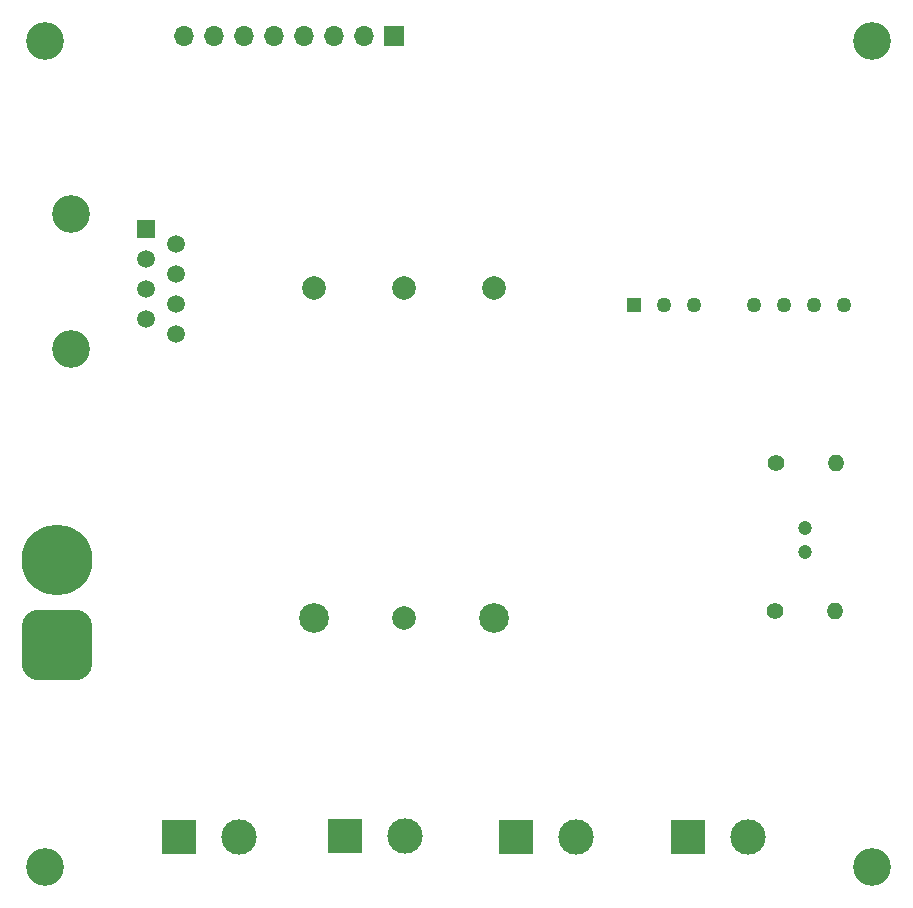
<source format=gbr>
%TF.GenerationSoftware,KiCad,Pcbnew,8.0.1*%
%TF.CreationDate,2024-07-22T16:36:45+02:00*%
%TF.ProjectId,Switch-_and_PowerDistribution-Board,53776974-6368-42d5-9f61-6e645f506f77,rev?*%
%TF.SameCoordinates,Original*%
%TF.FileFunction,Soldermask,Bot*%
%TF.FilePolarity,Negative*%
%FSLAX46Y46*%
G04 Gerber Fmt 4.6, Leading zero omitted, Abs format (unit mm)*
G04 Created by KiCad (PCBNEW 8.0.1) date 2024-07-22 16:36:45*
%MOMM*%
%LPD*%
G01*
G04 APERTURE LIST*
G04 Aperture macros list*
%AMRoundRect*
0 Rectangle with rounded corners*
0 $1 Rounding radius*
0 $2 $3 $4 $5 $6 $7 $8 $9 X,Y pos of 4 corners*
0 Add a 4 corners polygon primitive as box body*
4,1,4,$2,$3,$4,$5,$6,$7,$8,$9,$2,$3,0*
0 Add four circle primitives for the rounded corners*
1,1,$1+$1,$2,$3*
1,1,$1+$1,$4,$5*
1,1,$1+$1,$6,$7*
1,1,$1+$1,$8,$9*
0 Add four rect primitives between the rounded corners*
20,1,$1+$1,$2,$3,$4,$5,0*
20,1,$1+$1,$4,$5,$6,$7,0*
20,1,$1+$1,$6,$7,$8,$9,0*
20,1,$1+$1,$8,$9,$2,$3,0*%
G04 Aperture macros list end*
%ADD10R,1.270000X1.270000*%
%ADD11C,1.270000*%
%ADD12R,3.000000X3.000000*%
%ADD13C,3.000000*%
%ADD14C,1.400000*%
%ADD15O,1.400000X1.400000*%
%ADD16C,3.200000*%
%ADD17R,1.700000X1.700000*%
%ADD18O,1.700000X1.700000*%
%ADD19C,2.006600*%
%ADD20C,2.514600*%
%ADD21C,1.200000*%
%ADD22R,1.500000X1.500000*%
%ADD23C,1.500000*%
%ADD24RoundRect,1.500000X1.500000X-1.500000X1.500000X1.500000X-1.500000X1.500000X-1.500000X-1.500000X0*%
%ADD25C,6.000000*%
G04 APERTURE END LIST*
D10*
%TO.C,U2*%
X109820000Y-82400000D03*
D11*
X112360000Y-82400000D03*
X114900000Y-82400000D03*
X119980000Y-82400000D03*
X122520000Y-82400000D03*
X125060000Y-82400000D03*
X127600000Y-82400000D03*
%TD*%
D12*
%TO.C,J2*%
X71320000Y-127400000D03*
D13*
X76400000Y-127400000D03*
%TD*%
D14*
%TO.C,R2*%
X121851700Y-95759200D03*
D15*
X126931700Y-95759200D03*
%TD*%
D16*
%TO.C,H1*%
X60000000Y-60000000D03*
%TD*%
D17*
%TO.C,J3*%
X89512500Y-59635800D03*
D18*
X86972500Y-59635800D03*
X84432500Y-59635800D03*
X81892500Y-59635800D03*
X79352500Y-59635800D03*
X76812500Y-59635800D03*
X74272500Y-59635800D03*
X71732500Y-59635800D03*
%TD*%
D19*
%TO.C,U1*%
X98020000Y-80963400D03*
X90400000Y-80963400D03*
X82780000Y-80963400D03*
D20*
X82780000Y-108903400D03*
D19*
X90400000Y-108903400D03*
D20*
X98020000Y-108903400D03*
%TD*%
D12*
%TO.C,J6*%
X114400000Y-127400000D03*
D13*
X119480000Y-127400000D03*
%TD*%
D21*
%TO.C,C1*%
X124284200Y-101295000D03*
X124284200Y-103295000D03*
%TD*%
D16*
%TO.C,H3*%
X60000000Y-130000000D03*
%TD*%
%TO.C,H4*%
X130000000Y-130000000D03*
%TD*%
%TO.C,J1*%
X62150000Y-74647500D03*
X62150000Y-86077500D03*
D22*
X68500000Y-75917500D03*
D23*
X71040000Y-77187500D03*
X68500000Y-78457500D03*
X71040000Y-79727500D03*
X68500000Y-80997500D03*
X71040000Y-82267500D03*
X68500000Y-83537500D03*
X71040000Y-84807500D03*
%TD*%
D24*
%TO.C,J7*%
X61000000Y-111200000D03*
D25*
X61000000Y-104000000D03*
%TD*%
D14*
%TO.C,R1*%
X121744200Y-108295000D03*
D15*
X126824200Y-108295000D03*
%TD*%
D12*
%TO.C,J5*%
X85400000Y-127350000D03*
D13*
X90480000Y-127350000D03*
%TD*%
D16*
%TO.C,H2*%
X130000000Y-60000000D03*
%TD*%
D12*
%TO.C,J4*%
X99860000Y-127400000D03*
D13*
X104940000Y-127400000D03*
%TD*%
M02*

</source>
